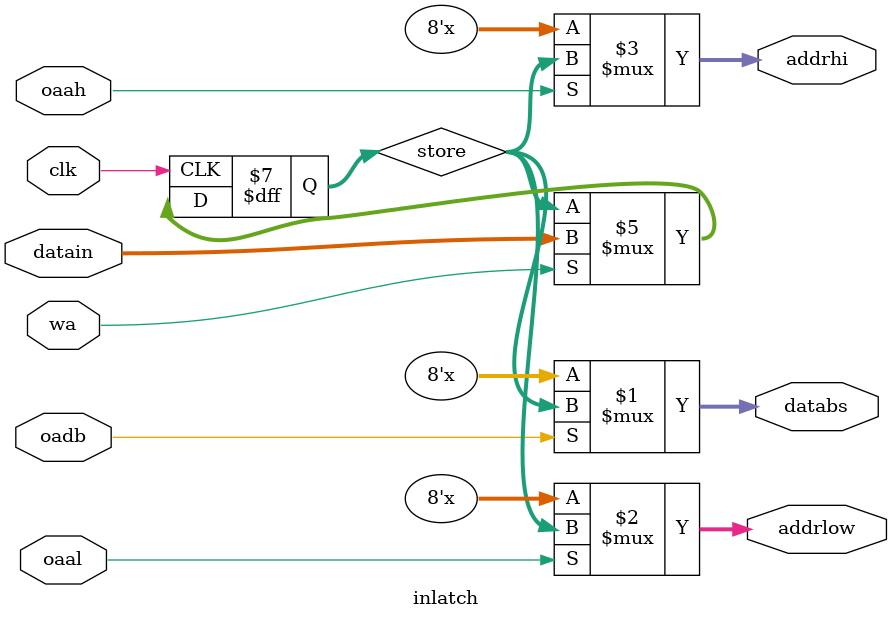
<source format=v>
	/********************* INPUT DATA LATCH *******************
	* register to store input data from the data bus
	* every phi2 clock edge and
	* output latched data to db,adl or adh
	*
	**********************************************************/

	module inlatch(
		input[7:0] datain,
		output[7:0] databs,addrlow,addrhi,
		input clk,wa,oadb,oaal,oaah);
	reg[7:0] store;

	assign databs = oadb ? store : 8'hzz;
	assign addrlow = oaal ? store : 8'hzz;
	assign addrhi = oaah ? store : 8'hzz;

	always@ (posedge clk)
	begin
		if(wa)
			store <= datain;

	end
	endmodule

</source>
